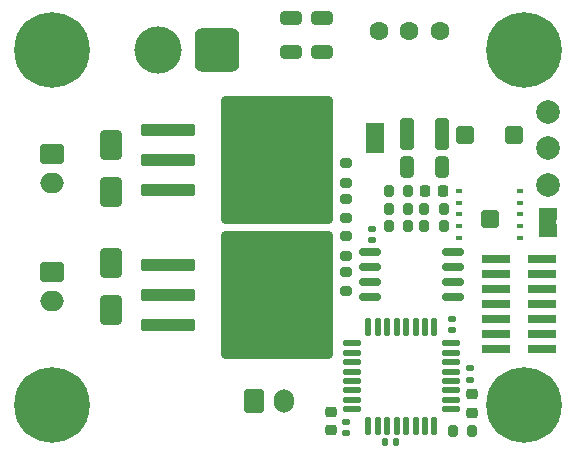
<source format=gbr>
%TF.GenerationSoftware,KiCad,Pcbnew,9.0.6-9.0.6~ubuntu22.04.1*%
%TF.CreationDate,2025-11-05T22:25:10+01:00*%
%TF.ProjectId,FliperKAd,466c6970-6572-44b4-9164-2e6b69636164,rev?*%
%TF.SameCoordinates,Original*%
%TF.FileFunction,Soldermask,Top*%
%TF.FilePolarity,Negative*%
%FSLAX46Y46*%
G04 Gerber Fmt 4.6, Leading zero omitted, Abs format (unit mm)*
G04 Created by KiCad (PCBNEW 9.0.6-9.0.6~ubuntu22.04.1) date 2025-11-05 22:25:10*
%MOMM*%
%LPD*%
G01*
G04 APERTURE LIST*
G04 Aperture macros list*
%AMRoundRect*
0 Rectangle with rounded corners*
0 $1 Rounding radius*
0 $2 $3 $4 $5 $6 $7 $8 $9 X,Y pos of 4 corners*
0 Add a 4 corners polygon primitive as box body*
4,1,4,$2,$3,$4,$5,$6,$7,$8,$9,$2,$3,0*
0 Add four circle primitives for the rounded corners*
1,1,$1+$1,$2,$3*
1,1,$1+$1,$4,$5*
1,1,$1+$1,$6,$7*
1,1,$1+$1,$8,$9*
0 Add four rect primitives between the rounded corners*
20,1,$1+$1,$2,$3,$4,$5,0*
20,1,$1+$1,$4,$5,$6,$7,0*
20,1,$1+$1,$6,$7,$8,$9,0*
20,1,$1+$1,$8,$9,$2,$3,0*%
%AMFreePoly0*
4,1,6,1.000000,0.000000,0.500000,-0.750000,-0.500000,-0.750000,-0.500000,0.750000,0.500000,0.750000,1.000000,0.000000,1.000000,0.000000,$1*%
%AMFreePoly1*
4,1,6,0.500000,-0.750000,-0.650000,-0.750000,-0.150000,0.000000,-0.650000,0.750000,0.500000,0.750000,0.500000,-0.750000,0.500000,-0.750000,$1*%
G04 Aperture macros list end*
%ADD10RoundRect,0.218750X0.256250X-0.218750X0.256250X0.218750X-0.256250X0.218750X-0.256250X-0.218750X0*%
%ADD11RoundRect,0.200000X-0.200000X-0.275000X0.200000X-0.275000X0.200000X0.275000X-0.200000X0.275000X0*%
%ADD12RoundRect,0.225000X0.225000X0.250000X-0.225000X0.250000X-0.225000X-0.250000X0.225000X-0.250000X0*%
%ADD13RoundRect,0.250000X0.325000X0.650000X-0.325000X0.650000X-0.325000X-0.650000X0.325000X-0.650000X0*%
%ADD14C,2.000000*%
%ADD15RoundRect,0.140000X0.170000X-0.140000X0.170000X0.140000X-0.170000X0.140000X-0.170000X-0.140000X0*%
%ADD16RoundRect,0.140000X0.140000X0.170000X-0.140000X0.170000X-0.140000X-0.170000X0.140000X-0.170000X0*%
%ADD17RoundRect,0.200000X0.200000X0.275000X-0.200000X0.275000X-0.200000X-0.275000X0.200000X-0.275000X0*%
%ADD18RoundRect,0.140000X-0.170000X0.140000X-0.170000X-0.140000X0.170000X-0.140000X0.170000X0.140000X0*%
%ADD19RoundRect,0.225000X0.250000X-0.225000X0.250000X0.225000X-0.250000X0.225000X-0.250000X-0.225000X0*%
%ADD20RoundRect,0.225000X0.525000X-0.525000X0.525000X0.525000X-0.525000X0.525000X-0.525000X-0.525000X0*%
%ADD21RoundRect,0.060000X0.190000X-0.140000X0.190000X0.140000X-0.190000X0.140000X-0.190000X-0.140000X0*%
%ADD22RoundRect,0.250000X0.325000X1.100000X-0.325000X1.100000X-0.325000X-1.100000X0.325000X-1.100000X0*%
%ADD23RoundRect,0.250000X-0.650000X0.325000X-0.650000X-0.325000X0.650000X-0.325000X0.650000X0.325000X0*%
%ADD24RoundRect,0.150000X0.800000X0.150000X-0.800000X0.150000X-0.800000X-0.150000X0.800000X-0.150000X0*%
%ADD25RoundRect,0.250000X-2.050000X-0.300000X2.050000X-0.300000X2.050000X0.300000X-2.050000X0.300000X0*%
%ADD26RoundRect,0.250002X-4.449998X-5.149998X4.449998X-5.149998X4.449998X5.149998X-4.449998X5.149998X0*%
%ADD27RoundRect,0.760000X1.140000X1.140000X-1.140000X1.140000X-1.140000X-1.140000X1.140000X-1.140000X0*%
%ADD28C,4.000000*%
%ADD29C,0.800000*%
%ADD30C,6.400000*%
%ADD31RoundRect,0.250000X-0.750000X0.600000X-0.750000X-0.600000X0.750000X-0.600000X0.750000X0.600000X0*%
%ADD32O,2.000000X1.700000*%
%ADD33RoundRect,0.250000X0.650000X-1.000000X0.650000X1.000000X-0.650000X1.000000X-0.650000X-1.000000X0*%
%ADD34FreePoly0,270.000000*%
%ADD35FreePoly1,270.000000*%
%ADD36RoundRect,0.200000X-0.275000X0.200000X-0.275000X-0.200000X0.275000X-0.200000X0.275000X0.200000X0*%
%ADD37R,2.400000X0.740000*%
%ADD38RoundRect,0.800000X0.000010X0.000010X-0.000010X0.000010X-0.000010X-0.000010X0.000010X-0.000010X0*%
%ADD39RoundRect,0.125000X0.125000X-0.625000X0.125000X0.625000X-0.125000X0.625000X-0.125000X-0.625000X0*%
%ADD40RoundRect,0.125000X0.625000X-0.125000X0.625000X0.125000X-0.625000X0.125000X-0.625000X-0.125000X0*%
%ADD41O,1.700000X2.000000*%
%ADD42RoundRect,0.250000X-0.600000X-0.750000X0.600000X-0.750000X0.600000X0.750000X-0.600000X0.750000X0*%
%ADD43RoundRect,0.200000X0.275000X-0.200000X0.275000X0.200000X-0.275000X0.200000X-0.275000X-0.200000X0*%
G04 APERTURE END LIST*
%TO.C,JP2*%
G36*
X48150000Y-26200000D02*
G01*
X46650000Y-26200000D01*
X46650000Y-28650000D01*
X48150000Y-28650000D01*
X48150000Y-26200000D01*
G37*
%TO.C,JP1*%
G36*
X62750000Y-33375000D02*
G01*
X61250000Y-33375000D01*
X61250000Y-35825000D01*
X62750000Y-35825000D01*
X62750000Y-33375000D01*
G37*
%TD*%
D10*
%TO.C,D3*%
X55600000Y-50675000D03*
X55600000Y-49100000D03*
%TD*%
D11*
%TO.C,R10*%
X48575000Y-31900000D03*
X50225000Y-31900000D03*
%TD*%
D12*
%TO.C,C12*%
X53175000Y-31900000D03*
X51625000Y-31900000D03*
%TD*%
D13*
%TO.C,C8*%
X50125000Y-29900000D03*
X53075000Y-29900000D03*
%TD*%
D14*
%TO.C,TP3*%
X62000000Y-28300000D03*
%TD*%
D15*
%TO.C,C7*%
X47100000Y-36080000D03*
X47100000Y-35120000D03*
%TD*%
D16*
%TO.C,C6*%
X48245000Y-53200000D03*
X49205000Y-53200000D03*
%TD*%
D17*
%TO.C,R3*%
X51575000Y-34900000D03*
X53225000Y-34900000D03*
%TD*%
D11*
%TO.C,R4*%
X50225000Y-34900000D03*
X48575000Y-34900000D03*
%TD*%
D18*
%TO.C,C5*%
X55425000Y-47880000D03*
X55425000Y-46920000D03*
%TD*%
%TO.C,C3*%
X53925000Y-43700000D03*
X53925000Y-42740000D03*
%TD*%
D15*
%TO.C,C2*%
X44925000Y-51440000D03*
X44925000Y-52400000D03*
%TD*%
D19*
%TO.C,C1*%
X43625000Y-50600000D03*
X43625000Y-52150000D03*
%TD*%
D17*
%TO.C,R9*%
X51575000Y-33400000D03*
X53225000Y-33400000D03*
%TD*%
%TO.C,R8*%
X48575000Y-33400000D03*
X50225000Y-33400000D03*
%TD*%
D20*
%TO.C,U4*%
X57100000Y-34300000D03*
D21*
X59700000Y-35900000D03*
X59700000Y-34900000D03*
X59700000Y-33900000D03*
X59700000Y-32900000D03*
X59700000Y-31900000D03*
D20*
X59200000Y-27150000D03*
X55000000Y-27150000D03*
D21*
X54500000Y-31900000D03*
X54500000Y-32900000D03*
X54500000Y-33900000D03*
X54500000Y-34900000D03*
X54500000Y-35900000D03*
%TD*%
D22*
%TO.C,C9*%
X50125000Y-27100000D03*
X53075000Y-27100000D03*
%TD*%
D23*
%TO.C,C11*%
X42900000Y-17225000D03*
X42900000Y-20175000D03*
%TD*%
%TO.C,C10*%
X40300000Y-17225000D03*
X40300000Y-20175000D03*
%TD*%
D24*
%TO.C,U2*%
X54000000Y-40905000D03*
X54000000Y-39635000D03*
X54000000Y-38365000D03*
X54000000Y-37095000D03*
X47000000Y-37095000D03*
X47000000Y-38365000D03*
X47000000Y-39635000D03*
X47000000Y-40905000D03*
%TD*%
D25*
%TO.C,Q2*%
X29900000Y-26720000D03*
X29900000Y-29260000D03*
D26*
X39050000Y-29260000D03*
D25*
X29900000Y-31800000D03*
%TD*%
%TO.C,Q1*%
X29900000Y-43280000D03*
D26*
X39050000Y-40740000D03*
D25*
X29900000Y-40740000D03*
X29900000Y-38200000D03*
%TD*%
D27*
%TO.C,J2*%
X34000000Y-20000000D03*
D28*
X29000000Y-20000000D03*
%TD*%
D29*
%TO.C,H1*%
X17600000Y-20000000D03*
X18302944Y-18302944D03*
X18302944Y-21697056D03*
X20000000Y-17600000D03*
D30*
X20000000Y-20000000D03*
D29*
X20000000Y-22400000D03*
X21697056Y-18302944D03*
X21697056Y-21697056D03*
X22400000Y-20000000D03*
%TD*%
D14*
%TO.C,TP1*%
X62000000Y-31400000D03*
%TD*%
D29*
%TO.C,H2*%
X57600000Y-20000000D03*
X58302944Y-18302944D03*
X58302944Y-21697056D03*
X60000000Y-17600000D03*
D30*
X60000000Y-20000000D03*
D29*
X60000000Y-22400000D03*
X61697056Y-18302944D03*
X61697056Y-21697056D03*
X62400000Y-20000000D03*
%TD*%
D31*
%TO.C,J3*%
X20000000Y-28750000D03*
D32*
X20000000Y-31250000D03*
%TD*%
D33*
%TO.C,D2*%
X25000000Y-42000000D03*
X25000000Y-38000000D03*
%TD*%
D34*
%TO.C,JP2*%
X47400000Y-26700000D03*
D35*
X47400000Y-28150000D03*
%TD*%
D34*
%TO.C,JP1*%
X62000000Y-33875000D03*
D35*
X62000000Y-35325000D03*
%TD*%
D29*
%TO.C,H3*%
X57600000Y-50000000D03*
X58302944Y-48302944D03*
X58302944Y-51697056D03*
X60000000Y-47600000D03*
D30*
X60000000Y-50000000D03*
D29*
X60000000Y-52400000D03*
X61697056Y-48302944D03*
X61697056Y-51697056D03*
X62400000Y-50000000D03*
%TD*%
D36*
%TO.C,R2*%
X44900000Y-38750000D03*
X44900000Y-40400000D03*
%TD*%
D37*
%TO.C,J5*%
X61550000Y-45310000D03*
X57650000Y-45310000D03*
X61550000Y-44040000D03*
X57650000Y-44040000D03*
X61550000Y-42770000D03*
X57650000Y-42770000D03*
X61550000Y-41500000D03*
X57650000Y-41500000D03*
X61550000Y-40230000D03*
X57650000Y-40230000D03*
X61550000Y-38960000D03*
X57650000Y-38960000D03*
X61550000Y-37690000D03*
X57650000Y-37690000D03*
%TD*%
D38*
%TO.C,U3*%
X47755000Y-18380000D03*
X50300000Y-18370000D03*
X52855000Y-18370000D03*
%TD*%
D29*
%TO.C,H4*%
X17600000Y-50000000D03*
X18302944Y-48302944D03*
X18302944Y-51697056D03*
X20000000Y-47600000D03*
D30*
X20000000Y-50000000D03*
D29*
X20000000Y-52400000D03*
X21697056Y-48302944D03*
X21697056Y-51697056D03*
X22400000Y-50000000D03*
%TD*%
D39*
%TO.C,U1*%
X46825000Y-51775000D03*
X47625000Y-51775000D03*
X48425000Y-51775000D03*
X49225000Y-51775000D03*
X50025000Y-51775000D03*
X50825000Y-51775000D03*
X51625000Y-51775000D03*
X52425000Y-51775000D03*
D40*
X53800000Y-50400000D03*
X53800000Y-49600000D03*
X53800000Y-48800000D03*
X53800000Y-48000000D03*
X53800000Y-47200000D03*
X53800000Y-46400000D03*
X53800000Y-45600000D03*
X53800000Y-44800000D03*
D39*
X52425000Y-43425000D03*
X51625000Y-43425000D03*
X50825000Y-43425000D03*
X50025000Y-43425000D03*
X49225000Y-43425000D03*
X48425000Y-43425000D03*
X47625000Y-43425000D03*
X46825000Y-43425000D03*
D40*
X45450000Y-44800000D03*
X45450000Y-45600000D03*
X45450000Y-46400000D03*
X45450000Y-47200000D03*
X45450000Y-48000000D03*
X45450000Y-48800000D03*
X45450000Y-49600000D03*
X45450000Y-50400000D03*
%TD*%
D36*
%TO.C,R5*%
X44900000Y-32575000D03*
X44900000Y-34225000D03*
%TD*%
D41*
%TO.C,J1*%
X39675000Y-49675000D03*
D42*
X37175000Y-49675000D03*
%TD*%
D31*
%TO.C,J4*%
X20000000Y-38750000D03*
D32*
X20000000Y-41250000D03*
%TD*%
D33*
%TO.C,D1*%
X25000000Y-32000000D03*
X25000000Y-28000000D03*
%TD*%
D14*
%TO.C,TP2*%
X62000000Y-25200000D03*
%TD*%
D43*
%TO.C,R6*%
X44900000Y-31225000D03*
X44900000Y-29575000D03*
%TD*%
%TO.C,R1*%
X44900000Y-37400000D03*
X44900000Y-35750000D03*
%TD*%
D17*
%TO.C,R7*%
X53975000Y-52200000D03*
X55625000Y-52200000D03*
%TD*%
M02*

</source>
